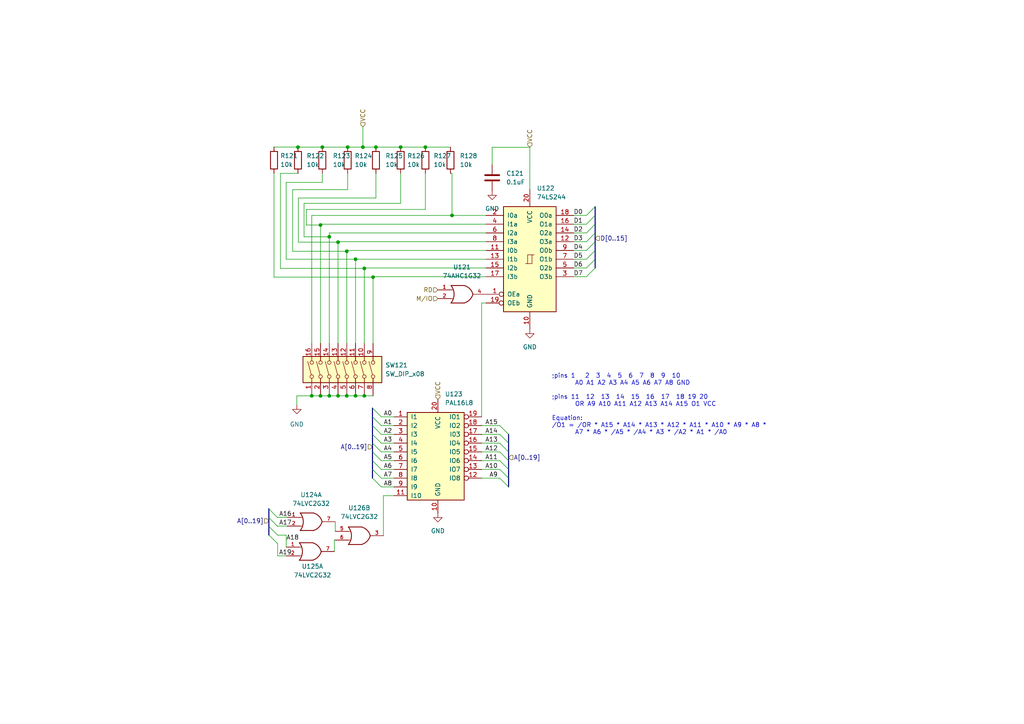
<source format=kicad_sch>
(kicad_sch (version 20211123) (generator eeschema)
  (paper "A4")
  (lib_symbols
    (symbol "74xGxx:74AHC1G32" (pin_names (offset 1.016))
      (property "Reference" "U" (at -2.54 3.81 0))
      (property "Value" "74AHC1G32" (at 0 -3.81 0))
      (symbol "74AHC1G32_0_1"
        (arc (start -3.81 -2.54) (mid -2.919 0) (end -3.81 2.54) (stroke (width 0.254)))
        (arc (start 0 -2.54) (mid 1.5993 -1.6027) (end 2.54 0) (stroke (width 0.254)))
        (polyline (pts (xy -3.81 -1.27) (xy -3.175 -1.27)))
        (polyline (pts (xy -3.81 1.27) (xy -3.175 1.27)))
        (polyline (pts (xy 0 -2.54) (xy -3.81 -2.54)) (stroke (width 0.254)) (fill (type background)))
        (polyline (pts (xy 0 2.54) (xy -3.81 2.54)) (stroke (width 0.254)) (fill (type background)))
        (arc (start 2.54 0) (mid 1.6119 1.6152) (end 0 2.54) (stroke (width 0.254)))
      )
      (symbol "74AHC1G32_1_1"
        (pin input line (at -7.62 1.27 0) (length 3.81) (name "~") (number "1"))
        (pin input line (at -7.62 -1.27 0) (length 3.81) (name "~") (number "2"))
        (pin power_in line (at 0 -2.54 270) (length 0) hide (name "GND") (number "3"))
        (pin output line (at 6.35 0 180) (length 3.81) (name "~") (number "4"))
        (pin power_in line (at 0 2.54 90) (length 0) hide (name "VCC") (number "5"))
      )
    )
    (symbol "74xGxx:74LVC2G32" (pin_names (offset 1.016))
      (property "Reference" "U" (at -2.54 3.81 0))
      (property "Value" "74LVC2G32" (at 0 -3.81 0))
      (symbol "74LVC2G32_0_1"
        (arc (start -3.81 -2.54) (mid -2.919 0) (end -3.81 2.54) (stroke (width 0.254)))
        (arc (start 0 -2.54) (mid 1.5993 -1.6027) (end 2.54 0) (stroke (width 0.254)))
        (polyline (pts (xy -3.81 -1.27) (xy -3.175 -1.27)))
        (polyline (pts (xy -3.81 1.27) (xy -3.175 1.27)))
        (polyline (pts (xy 0 -2.54) (xy -3.81 -2.54)) (stroke (width 0.254)) (fill (type background)))
        (polyline (pts (xy 0 2.54) (xy -3.81 2.54)) (stroke (width 0.254)) (fill (type background)))
        (arc (start 2.54 0) (mid 1.6119 1.6152) (end 0 2.54) (stroke (width 0.254)))
        (pin power_in line (at 0 -2.54 270) (length 0) hide (name "GND") (number "4"))
        (pin power_in line (at 0 2.54 90) (length 0) hide (name "VCC") (number "8"))
      )
      (symbol "74LVC2G32_1_1"
        (pin input line (at -7.62 1.27 0) (length 3.81) (name "~") (number "1"))
        (pin input line (at -7.62 -1.27 0) (length 3.81) (name "~") (number "2"))
        (pin output line (at 6.35 0 180) (length 3.81) (name "~") (number "7"))
      )
      (symbol "74LVC2G32_2_1"
        (pin output line (at 6.35 0 180) (length 3.81) (name "~") (number "3"))
        (pin input line (at -7.62 1.27 0) (length 3.81) (name "~") (number "5"))
        (pin input line (at -7.62 -1.27 0) (length 3.81) (name "~") (number "6"))
      )
    )
    (symbol "74xx:74LS244" (pin_names (offset 1.016))
      (property "Reference" "U" (at -7.62 16.51 0))
      (property "Value" "74LS244" (at -7.62 -16.51 0))
      (symbol "74LS244_1_0"
        (polyline (pts (xy -0.635 -1.27) (xy -0.635 1.27) (xy 0.635 1.27)))
        (polyline (pts (xy -1.27 -1.27) (xy 0.635 -1.27) (xy 0.635 1.27) (xy 1.27 1.27)))
        (pin input inverted (at -12.7 -10.16 0) (length 5.08) (name "OEa") (number "1"))
        (pin power_in line (at 0 -20.32 90) (length 5.08) (name "GND") (number "10"))
        (pin input line (at -12.7 2.54 0) (length 5.08) (name "I0b") (number "11"))
        (pin tri_state line (at 12.7 5.08 180) (length 5.08) (name "O3a") (number "12"))
        (pin input line (at -12.7 0 0) (length 5.08) (name "I1b") (number "13"))
        (pin tri_state line (at 12.7 7.62 180) (length 5.08) (name "O2a") (number "14"))
        (pin input line (at -12.7 -2.54 0) (length 5.08) (name "I2b") (number "15"))
        (pin tri_state line (at 12.7 10.16 180) (length 5.08) (name "O1a") (number "16"))
        (pin input line (at -12.7 -5.08 0) (length 5.08) (name "I3b") (number "17"))
        (pin tri_state line (at 12.7 12.7 180) (length 5.08) (name "O0a") (number "18"))
        (pin input inverted (at -12.7 -12.7 0) (length 5.08) (name "OEb") (number "19"))
        (pin input line (at -12.7 12.7 0) (length 5.08) (name "I0a") (number "2"))
        (pin power_in line (at 0 20.32 270) (length 5.08) (name "VCC") (number "20"))
        (pin tri_state line (at 12.7 -5.08 180) (length 5.08) (name "O3b") (number "3"))
        (pin input line (at -12.7 10.16 0) (length 5.08) (name "I1a") (number "4"))
        (pin tri_state line (at 12.7 -2.54 180) (length 5.08) (name "O2b") (number "5"))
        (pin input line (at -12.7 7.62 0) (length 5.08) (name "I2a") (number "6"))
        (pin tri_state line (at 12.7 0 180) (length 5.08) (name "O1b") (number "7"))
        (pin input line (at -12.7 5.08 0) (length 5.08) (name "I3a") (number "8"))
        (pin tri_state line (at 12.7 2.54 180) (length 5.08) (name "O0b") (number "9"))
      )
      (symbol "74LS244_1_1"
        (rectangle (start -7.62 15.24) (end 7.62 -15.24) (stroke (width 0.254)) (fill (type background)))
      )
    )
    (symbol "Device:C" (pin_numbers hide) (pin_names (offset 0.254))
      (property "Reference" "C" (at 0.635 2.54 0))
      (property "Value" "C" (at 0.635 -2.54 0))
      (symbol "C_0_1"
        (polyline (pts (xy -2.032 -0.762) (xy 2.032 -0.762)) (stroke (width 0.508)))
        (polyline (pts (xy -2.032 0.762) (xy 2.032 0.762)) (stroke (width 0.508)))
      )
      (symbol "C_1_1"
        (pin passive line (at 0 3.81 270) (length 2.794) (name "~") (number "1"))
        (pin passive line (at 0 -3.81 90) (length 2.794) (name "~") (number "2"))
      )
    )
    (symbol "Device:R" (pin_numbers hide) (pin_names (offset 0))
      (property "Reference" "R" (at 2.032 0 90))
      (property "Value" "R" (at 0 0 90))
      (symbol "R_0_1"
        (rectangle (start -1.016 -2.54) (end 1.016 2.54) (stroke (width 0.254)))
      )
      (symbol "R_1_1"
        (pin passive line (at 0 3.81 270) (length 1.27) (name "~") (number "1"))
        (pin passive line (at 0 -3.81 90) (length 1.27) (name "~") (number "2"))
      )
    )
    (symbol "Logic_Programmable:PAL16L8" (pin_names (offset 1.016))
      (property "Reference" "U" (at -8.89 16.51 0))
      (property "Value" "PAL16L8" (at 1.27 16.51 0))
      (symbol "PAL16L8_0_0"
        (pin power_in line (at 0 -15.24 90) (length 3.81) (name "GND") (number "10"))
        (pin power_in line (at 0 17.78 270) (length 3.81) (name "VCC") (number "20"))
      )
      (symbol "PAL16L8_0_1"
        (rectangle (start -8.89 13.97) (end 7.62 -11.43) (stroke (width 0.254)) (fill (type background)))
      )
      (symbol "PAL16L8_1_1"
        (pin input line (at -12.7 12.7 0) (length 3.81) (name "I1") (number "1"))
        (pin input line (at -12.7 -10.16 0) (length 3.81) (name "I10") (number "11"))
        (pin tri_state inverted (at 12.7 -5.08 180) (length 5.08) (name "IO8") (number "12"))
        (pin tri_state inverted (at 12.7 -2.54 180) (length 5.08) (name "IO7") (number "13"))
        (pin tri_state inverted (at 12.7 0 180) (length 5.08) (name "IO6") (number "14"))
        (pin tri_state inverted (at 12.7 2.54 180) (length 5.08) (name "IO5") (number "15"))
        (pin tri_state inverted (at 12.7 5.08 180) (length 5.08) (name "IO4") (number "16"))
        (pin tri_state inverted (at 12.7 7.62 180) (length 5.08) (name "I03") (number "17"))
        (pin tri_state inverted (at 12.7 10.16 180) (length 5.08) (name "IO2") (number "18"))
        (pin tri_state inverted (at 12.7 12.7 180) (length 5.08) (name "IO1") (number "19"))
        (pin input line (at -12.7 10.16 0) (length 3.81) (name "I2") (number "2"))
        (pin input line (at -12.7 7.62 0) (length 3.81) (name "I3") (number "3"))
        (pin input line (at -12.7 5.08 0) (length 3.81) (name "I4") (number "4"))
        (pin input line (at -12.7 2.54 0) (length 3.81) (name "I5") (number "5"))
        (pin input line (at -12.7 0 0) (length 3.81) (name "I6") (number "6"))
        (pin input line (at -12.7 -2.54 0) (length 3.81) (name "I7") (number "7"))
        (pin input line (at -12.7 -5.08 0) (length 3.81) (name "I8") (number "8"))
        (pin input line (at -12.7 -7.62 0) (length 3.81) (name "I9") (number "9"))
      )
    )
    (symbol "Switch:SW_DIP_x08" (pin_names (offset 0) hide)
      (property "Reference" "SW" (at 0 13.97 0))
      (property "Value" "SW_DIP_x08" (at 0 -11.43 0))
      (symbol "SW_DIP_x08_0_0"
        (circle (center -2.032 -7.62) (radius 0.508))
        (circle (center -2.032 -5.08) (radius 0.508))
        (circle (center -2.032 -2.54) (radius 0.508))
        (circle (center -2.032 0) (radius 0.508))
        (circle (center -2.032 2.54) (radius 0.508))
        (circle (center -2.032 5.08) (radius 0.508))
        (circle (center -2.032 7.62) (radius 0.508))
        (circle (center -2.032 10.16) (radius 0.508))
        (polyline (pts (xy -1.524 -7.4676) (xy 2.3622 -6.4262)))
        (polyline (pts (xy -1.524 -4.9276) (xy 2.3622 -3.8862)))
        (polyline (pts (xy -1.524 -2.3876) (xy 2.3622 -1.3462)))
        (polyline (pts (xy -1.524 0.127) (xy 2.3622 1.1684)))
        (polyline (pts (xy -1.524 2.667) (xy 2.3622 3.7084)))
        (polyline (pts (xy -1.524 5.207) (xy 2.3622 6.2484)))
        (polyline (pts (xy -1.524 7.747) (xy 2.3622 8.7884)))
        (polyline (pts (xy -1.524 10.287) (xy 2.3622 11.3284)))
        (circle (center 2.032 -7.62) (radius 0.508))
        (circle (center 2.032 -5.08) (radius 0.508))
        (circle (center 2.032 -2.54) (radius 0.508))
        (circle (center 2.032 0) (radius 0.508))
        (circle (center 2.032 2.54) (radius 0.508))
        (circle (center 2.032 5.08) (radius 0.508))
        (circle (center 2.032 7.62) (radius 0.508))
        (circle (center 2.032 10.16) (radius 0.508))
      )
      (symbol "SW_DIP_x08_0_1"
        (rectangle (start -3.81 12.7) (end 3.81 -10.16) (stroke (width 0.254)) (fill (type background)))
      )
      (symbol "SW_DIP_x08_1_1"
        (pin passive line (at -7.62 10.16 0) (length 5.08) (name "~") (number "1"))
        (pin passive line (at 7.62 -5.08 180) (length 5.08) (name "~") (number "10"))
        (pin passive line (at 7.62 -2.54 180) (length 5.08) (name "~") (number "11"))
        (pin passive line (at 7.62 0 180) (length 5.08) (name "~") (number "12"))
        (pin passive line (at 7.62 2.54 180) (length 5.08) (name "~") (number "13"))
        (pin passive line (at 7.62 5.08 180) (length 5.08) (name "~") (number "14"))
        (pin passive line (at 7.62 7.62 180) (length 5.08) (name "~") (number "15"))
        (pin passive line (at 7.62 10.16 180) (length 5.08) (name "~") (number "16"))
        (pin passive line (at -7.62 7.62 0) (length 5.08) (name "~") (number "2"))
        (pin passive line (at -7.62 5.08 0) (length 5.08) (name "~") (number "3"))
        (pin passive line (at -7.62 2.54 0) (length 5.08) (name "~") (number "4"))
        (pin passive line (at -7.62 0 0) (length 5.08) (name "~") (number "5"))
        (pin passive line (at -7.62 -2.54 0) (length 5.08) (name "~") (number "6"))
        (pin passive line (at -7.62 -5.08 0) (length 5.08) (name "~") (number "7"))
        (pin passive line (at -7.62 -7.62 0) (length 5.08) (name "~") (number "8"))
        (pin passive line (at 7.62 -7.62 180) (length 5.08) (name "~") (number "9"))
      )
    )
    (symbol "power:GND" (power) (pin_names (offset 0))
      (property "Value" "GND" (at 0 -3.81 0))
      (symbol "GND_0_1"
        (polyline (pts (xy 0 0) (xy 0 -1.27) (xy 1.27 -1.27) (xy 0 -2.54) (xy -1.27 -1.27) (xy 0 -1.27)))
      )
      (symbol "GND_1_1"
        (pin power_in line (at 0 0 270) (length 0) hide (name "GND") (number "1"))
      )
    )
  )
  (junction (at 93.4811 42.672))
  (junction (at 86.4215 42.672))
  (junction (at 105.664 114.808))
  (junction (at 100.838 42.672))
  (junction (at 123.3742 42.672))
  (junction (at 92.964 65.2661))
  (junction (at 103.124 114.808))
  (junction (at 103.124 75.184))
  (junction (at 90.424 114.808))
  (junction (at 95.504 114.808))
  (junction (at 100.584 72.8773))
  (junction (at 108.204 80.3781))
  (junction (at 131.1037 62.484))
  (junction (at 105.2522 42.672))
  (junction (at 105.664 77.8411))
  (junction (at 92.964 114.808))
  (junction (at 100.584 114.808))
  (junction (at 98.044 114.808))
  (junction (at 109.0343 42.672))
  (junction (at 98.044 70.2299))
  (junction (at 95.504 68.6856))
  (junction (at 116.2043 42.672))
  (bus_entry (at 172.6221 67.564) (size -2.54 2.54))
  (bus_entry (at 147.505 136.144) (size -2.54 -2.54))
  (bus_entry (at 172.6221 65.024) (size -2.54 2.54))
  (bus_entry (at 108.0349 136.144) (size 2.54 2.54))
  (bus_entry (at 77.978 147.5926) (size 2.54 2.54))
  (bus_entry (at 147.505 131.064) (size -2.54 -2.54))
  (bus_entry (at 108.0349 128.524) (size 2.54 2.54))
  (bus_entry (at 172.6221 62.484) (size -2.54 2.54))
  (bus_entry (at 108.0349 118.364) (size 2.54 2.54))
  (bus_entry (at 147.505 138.684) (size -2.54 -2.54))
  (bus_entry (at 147.505 141.224) (size -2.54 -2.54))
  (bus_entry (at 172.6221 72.644) (size -2.54 2.54))
  (bus_entry (at 172.6221 59.944) (size -2.54 2.54))
  (bus_entry (at 108.0349 120.904) (size 2.54 2.54))
  (bus_entry (at 108.0349 123.444) (size 2.54 2.54))
  (bus_entry (at 147.505 133.604) (size -2.54 -2.54))
  (bus_entry (at 172.6221 77.724) (size -2.54 2.54))
  (bus_entry (at 172.6221 75.184) (size -2.54 2.54))
  (bus_entry (at 108.0349 133.604) (size 2.54 2.54))
  (bus_entry (at 147.505 125.984) (size -2.54 -2.54))
  (bus_entry (at 77.978 150.1326) (size 2.54 2.54))
  (bus_entry (at 108.0349 125.984) (size 2.54 2.54))
  (bus_entry (at 172.6221 70.104) (size -2.54 2.54))
  (bus_entry (at 77.978 152.6726) (size 2.54 2.54))
  (bus_entry (at 147.505 128.524) (size -2.54 -2.54))
  (bus_entry (at 108.0349 131.064) (size 2.54 2.54))
  (bus_entry (at 77.978 155.1301) (size 2.54 2.54))
  (bus_entry (at 108.0349 138.684) (size 2.54 2.54))
  (wire (pts (xy 95.504 67.564) (xy 140.97 67.564)))
  (wire (pts (xy 166.37 62.484) (xy 170.0821 62.484)))
  (wire (pts (xy 105.664 99.568) (xy 105.664 77.8411)))
  (wire (pts (xy 83.0098 155.2126) (xy 83.0098 158.6861)))
  (wire (pts (xy 83.0019 75.184) (xy 103.124 75.184)))
  (wire (pts (xy 103.124 75.184) (xy 140.97 75.184)))
  (bus (pts (xy 108.0349 131.064) (xy 108.0349 133.604)))
  (wire (pts (xy 109.0343 57.4343) (xy 86.5317 57.4343)))
  (bus (pts (xy 77.978 150.1326) (xy 77.978 152.6726)))
  (bus (pts (xy 147.505 136.144) (xy 147.505 133.604)))
  (bus (pts (xy 108.0349 128.524) (xy 108.0349 131.064)))
  (wire (pts (xy 81.3473 50.292) (xy 81.3473 77.8411)))
  (bus (pts (xy 147.505 128.524) (xy 147.505 125.984)))
  (wire (pts (xy 105.664 77.8411) (xy 105.664 77.724)))
  (bus (pts (xy 147.505 141.224) (xy 147.505 138.684)))
  (wire (pts (xy 84.8771 55.0076) (xy 84.8771 72.8773)))
  (wire (pts (xy 110.5749 141.224) (xy 114.3 141.224)))
  (bus (pts (xy 147.505 133.604) (xy 147.505 131.064)))
  (wire (pts (xy 80.518 161.2261) (xy 83.0098 161.2261)))
  (bus (pts (xy 172.6221 62.484) (xy 172.6221 65.024)))
  (wire (pts (xy 123.3742 60.7435) (xy 88.8481 60.7435)))
  (wire (pts (xy 88.8481 65.2661) (xy 92.964 65.2661)))
  (wire (pts (xy 95.504 68.6856) (xy 95.504 99.568)))
  (wire (pts (xy 153.6763 42.7103) (xy 142.748 42.7103)))
  (wire (pts (xy 98.044 99.568) (xy 98.044 70.2299)))
  (wire (pts (xy 92.964 65.2661) (xy 92.964 65.024)))
  (wire (pts (xy 92.964 99.568) (xy 92.964 65.2661)))
  (bus (pts (xy 77.978 155.1301) (xy 77.978 155.194)))
  (wire (pts (xy 111.2038 155.3841) (xy 111.2038 143.764)))
  (wire (pts (xy 110.5749 120.904) (xy 114.3 120.904)))
  (wire (pts (xy 96.9798 156.6541) (xy 97.2338 156.6541)))
  (wire (pts (xy 105.664 114.808) (xy 103.124 114.808)))
  (wire (pts (xy 83.2638 150.0501) (xy 80.518 150.0501)))
  (wire (pts (xy 116.2043 50.292) (xy 116.2043 58.9786)))
  (wire (pts (xy 100.584 114.808) (xy 98.044 114.808)))
  (wire (pts (xy 80.518 152.5901) (xy 80.518 152.6726)))
  (wire (pts (xy 96.9798 159.9561) (xy 96.9798 156.6541)))
  (wire (pts (xy 166.37 80.264) (xy 170.0821 80.264)))
  (wire (pts (xy 166.37 65.024) (xy 170.0821 65.024)))
  (wire (pts (xy 153.6763 42.7103) (xy 153.67 54.864)))
  (bus (pts (xy 77.978 152.6726) (xy 77.978 155.1301)))
  (wire (pts (xy 144.965 133.604) (xy 139.7 133.604)))
  (bus (pts (xy 172.6221 75.184) (xy 172.6221 77.724)))
  (wire (pts (xy 108.204 80.3781) (xy 108.204 80.264)))
  (wire (pts (xy 100.584 72.644) (xy 140.97 72.644)))
  (wire (pts (xy 90.424 114.808) (xy 86.0944 114.808)))
  (wire (pts (xy 108.204 114.808) (xy 105.664 114.808)))
  (wire (pts (xy 166.37 72.644) (xy 170.0821 72.644)))
  (bus (pts (xy 172.6221 65.024) (xy 172.6221 67.564)))
  (wire (pts (xy 131.1037 50.292) (xy 130.6545 50.292)))
  (wire (pts (xy 140.97 87.884) (xy 139.7 87.884)))
  (wire (pts (xy 86.5317 70.2299) (xy 98.044 70.2299)))
  (wire (pts (xy 88.8481 60.7435) (xy 88.8481 65.2661)))
  (wire (pts (xy 80.518 157.6701) (xy 80.518 161.2261)))
  (wire (pts (xy 100.584 72.8773) (xy 100.584 72.644)))
  (wire (pts (xy 144.965 123.444) (xy 139.7 123.444)))
  (wire (pts (xy 83.2638 152.5901) (xy 80.518 152.5901)))
  (wire (pts (xy 166.37 75.184) (xy 170.0821 75.184)))
  (wire (pts (xy 93.4811 52.9117) (xy 83.0019 52.9117)))
  (wire (pts (xy 98.044 114.808) (xy 95.504 114.808)))
  (wire (pts (xy 79.4721 50.2733) (xy 79.4721 80.3781)))
  (bus (pts (xy 147.505 138.684) (xy 147.505 136.144)))
  (wire (pts (xy 110.5749 125.984) (xy 114.3 125.984)))
  (wire (pts (xy 110.5749 123.444) (xy 114.3 123.444)))
  (wire (pts (xy 110.5749 128.524) (xy 114.3 128.524)))
  (bus (pts (xy 77.978 147.5926) (xy 77.978 150.1326)))
  (wire (pts (xy 95.504 114.808) (xy 92.964 114.808)))
  (wire (pts (xy 80.518 150.0501) (xy 80.518 150.1326)))
  (wire (pts (xy 103.124 114.808) (xy 100.584 114.808)))
  (wire (pts (xy 84.8771 72.8773) (xy 100.584 72.8773)))
  (wire (pts (xy 110.5749 131.064) (xy 114.3 131.064)))
  (wire (pts (xy 166.37 77.724) (xy 170.0821 77.724)))
  (wire (pts (xy 109.0343 42.672) (xy 116.2043 42.672)))
  (wire (pts (xy 81.3473 77.8411) (xy 105.664 77.8411)))
  (wire (pts (xy 111.2038 143.764) (xy 114.3 143.764)))
  (wire (pts (xy 123.3742 50.292) (xy 123.3742 60.7435)))
  (wire (pts (xy 90.424 99.568) (xy 90.424 62.484)))
  (wire (pts (xy 110.5749 133.604) (xy 114.3 133.604)))
  (wire (pts (xy 83.0019 52.9117) (xy 83.0019 75.184)))
  (wire (pts (xy 97.2338 151.3201) (xy 97.2338 154.1141)))
  (bus (pts (xy 172.6221 67.564) (xy 172.6221 70.104)))
  (wire (pts (xy 86.0944 114.808) (xy 86.0944 117.476)))
  (wire (pts (xy 105.2522 36.797) (xy 105.2522 42.672)))
  (wire (pts (xy 86.4215 42.6533) (xy 86.4215 42.672)))
  (wire (pts (xy 79.4721 80.3781) (xy 108.204 80.3781)))
  (wire (pts (xy 92.964 114.808) (xy 90.424 114.808)))
  (wire (pts (xy 142.748 42.7103) (xy 142.748 47.752)))
  (wire (pts (xy 86.4215 42.672) (xy 93.4811 42.672)))
  (wire (pts (xy 109.0343 50.292) (xy 109.0343 57.4343)))
  (wire (pts (xy 79.4721 42.6533) (xy 86.4215 42.6533)))
  (wire (pts (xy 92.964 65.024) (xy 140.97 65.024)))
  (wire (pts (xy 131.1037 62.484) (xy 131.1037 50.292)))
  (wire (pts (xy 100.584 99.568) (xy 100.584 72.8773)))
  (bus (pts (xy 108.0349 136.144) (xy 108.0349 138.684)))
  (wire (pts (xy 144.965 125.984) (xy 139.7 125.984)))
  (bus (pts (xy 77.978 147.574) (xy 77.978 147.5926)))
  (wire (pts (xy 144.965 131.064) (xy 139.7 131.064)))
  (bus (pts (xy 108.0349 123.444) (xy 108.0349 125.984)))
  (wire (pts (xy 105.2522 42.672) (xy 109.0343 42.672)))
  (wire (pts (xy 108.204 80.264) (xy 140.97 80.264)))
  (bus (pts (xy 172.6221 72.644) (xy 172.6221 75.184)))
  (wire (pts (xy 110.5749 138.684) (xy 114.3 138.684)))
  (bus (pts (xy 172.6221 70.104) (xy 172.6221 72.644)))
  (wire (pts (xy 166.37 67.564) (xy 170.0821 67.564)))
  (bus (pts (xy 108.0349 120.904) (xy 108.0349 123.444)))
  (wire (pts (xy 95.504 67.564) (xy 95.504 68.6856)))
  (bus (pts (xy 108.0349 133.604) (xy 108.0349 136.144)))
  (wire (pts (xy 100.838 42.672) (xy 105.2522 42.672)))
  (wire (pts (xy 131.1037 62.484) (xy 140.97 62.484)))
  (wire (pts (xy 93.4811 50.292) (xy 93.4811 52.9117)))
  (wire (pts (xy 166.37 70.104) (xy 170.0821 70.104)))
  (wire (pts (xy 98.044 70.2299) (xy 98.044 70.104)))
  (wire (pts (xy 108.204 99.568) (xy 108.204 80.3781)))
  (wire (pts (xy 105.664 77.724) (xy 140.97 77.724)))
  (wire (pts (xy 80.518 155.2126) (xy 83.0098 155.2126)))
  (wire (pts (xy 86.4215 50.292) (xy 81.3473 50.292)))
  (wire (pts (xy 144.965 128.524) (xy 139.7 128.524)))
  (wire (pts (xy 144.965 138.684) (xy 139.7 138.684)))
  (wire (pts (xy 116.2043 58.9786) (xy 88.1863 58.9786)))
  (wire (pts (xy 98.044 70.104) (xy 140.97 70.104)))
  (wire (pts (xy 90.424 62.484) (xy 131.1037 62.484)))
  (wire (pts (xy 123.3742 42.672) (xy 130.6545 42.672)))
  (bus (pts (xy 108.0349 125.984) (xy 108.0349 128.524)))
  (wire (pts (xy 144.965 136.144) (xy 139.7 136.144)))
  (bus (pts (xy 172.6221 59.944) (xy 172.6221 62.484)))
  (wire (pts (xy 103.124 99.568) (xy 103.124 75.184)))
  (wire (pts (xy 116.2043 42.672) (xy 123.3742 42.672)))
  (wire (pts (xy 100.838 50.292) (xy 100.838 55.0076)))
  (wire (pts (xy 88.1863 68.6856) (xy 95.504 68.6856)))
  (wire (pts (xy 110.5749 136.144) (xy 114.3 136.144)))
  (wire (pts (xy 139.7 87.884) (xy 139.7 120.904)))
  (bus (pts (xy 147.505 131.064) (xy 147.505 128.524)))
  (bus (pts (xy 108.0349 118.364) (xy 108.0349 120.904)))
  (wire (pts (xy 93.4811 42.672) (xy 100.838 42.672)))
  (wire (pts (xy 100.838 55.0076) (xy 84.8771 55.0076)))
  (wire (pts (xy 86.5317 57.4343) (xy 86.5317 70.2299)))
  (wire (pts (xy 88.1863 58.9786) (xy 88.1863 68.6856)))
  (text ";pins 1   2  3  4  5  6  7  8  9  10\n	  A0 A1 A2 A3 A4 A5 A6 A7 A8 GND\n\n;pins 11  12  13  14  15  16  17  18 19 20\n	  OR A9 A10 A11 A12 A13 A14 A15 O1 VCC \n\nEquation:\n/O1 = /OR * A15 * A14 * A13 * A12 * A11 * A10 * A9 * A8 *\n	  A7 * A6 * /A5 * /A4 * A3 * /A2 * A1 * /A0\n" (at 160.02 126.238 0) (effects (font (size 1.27 1.27)) (justify left bottom)))
  (label "A14" (at 144.4065 125.984 180))
  (label "A8" (at 111.2508 141.224 0))
  (label "A11" (at 144.4065 133.604 180))
  (label "D2" (at 166.37 67.564 0))
  (label "A7" (at 111.2508 138.684 0))
  (label "D7" (at 166.37 80.264 0))
  (label "A2" (at 111.2508 125.984 0))
  (label "D1" (at 166.37 65.024 0))
  (label "A5" (at 111.2508 133.604 0))
  (label "D0" (at 166.37 62.484 0))
  (label "A15" (at 144.4065 123.444 180))
  (label "A13" (at 144.4065 128.524 180))
  (label "A16" (at 80.915 150.0501 0))
  (label "A3" (at 111.2508 128.524 0))
  (label "A6" (at 111.2508 136.144 0))
  (label "A1" (at 111.2508 123.444 0))
  (label "A10" (at 144.4065 136.144 180))
  (label "D5" (at 166.37 75.184 0))
  (label "A12" (at 144.4065 131.064 180))
  (label "A19" (at 80.8824 161.2261 0))
  (label "D4" (at 166.37 72.644 0))
  (label "A9" (at 144.4065 138.684 180))
  (label "D6" (at 166.37 77.724 0))
  (label "A18" (at 83.0098 156.926 0))
  (label "A0" (at 111.2508 120.904 0))
  (label "A4" (at 111.2508 131.064 0))
  (label "A17" (at 80.915 152.5901 0))
  (label "D3" (at 166.37 70.104 0))
  (hierarchical_label "A[0..19]" (shape input) (at 108.0349 129.6053 180))
  (hierarchical_label "VCC" (shape input) (at 153.6763 42.7103 90))
  (hierarchical_label "RD" (shape input) (at 127 84.074 180))
  (hierarchical_label "VCC" (shape input) (at 105.2522 36.797 90))
  (hierarchical_label "A[0..19]" (shape input) (at 77.978 151.078 180))
  (hierarchical_label "D[0..15]" (shape input) (at 172.6221 69.119 0))
  (hierarchical_label "M{slash}IO" (shape input) (at 127 86.614 180))
  (hierarchical_label "VCC" (shape input) (at 127 115.824 90))
  (hierarchical_label "A[0..19]" (shape input) (at 147.505 132.6953 0))
  (symbol (lib_id "Device:R") (at 100.838 46.482 0) (unit 1)
    (property "Reference" "R124" (at 102.87 45.2119 0) (effects (justify left)))
    (property "Value" "10k" (at 102.87 47.7519 0) (effects (justify left)))
    (property "Footprint" "Resistor_THT:R_Axial_DIN0204_L3.6mm_D1.6mm_P1.90mm_Vertical" (effects hide))
  )
  (symbol (lib_id "Device:R") (at 109.0343 46.482 0) (unit 1)
    (property "Reference" "R125" (at 111.76 45.2119 0) (effects (justify left)))
    (property "Value" "10k" (at 111.76 47.7519 0) (effects (justify left)))
    (property "Footprint" "Resistor_THT:R_Axial_DIN0204_L3.6mm_D1.6mm_P1.90mm_Vertical" (effects hide))
  )
  (symbol (lib_id "power:GND") (at 142.748 55.372 0) (unit 1)
    (property "Reference" "#PWR0170" (effects hide))
    (property "Value" "GND" (at 142.748 60.5123 0))
  )
  (symbol (lib_id "power:GND") (at 127 148.844 0) (unit 1)
    (property "Reference" "#PWR0173" (effects hide))
    (property "Value" "GND" (at 127 153.9843 0))
  )
  (symbol (lib_id "Device:R") (at 79.4721 46.4633 0) (unit 1)
    (property "Reference" "R121" (at 81.28 45.1932 0) (effects (justify left)))
    (property "Value" "10k" (at 81.28 47.7332 0) (effects (justify left)))
    (property "Footprint" "Resistor_THT:R_Axial_DIN0204_L3.6mm_D1.6mm_P1.90mm_Vertical" (effects hide))
  )
  (symbol (lib_id "Device:R") (at 123.3742 46.482 0) (unit 1)
    (property "Reference" "R127" (at 125.73 45.2119 0) (effects (justify left)))
    (property "Value" "10k" (at 125.73 47.7519 0) (effects (justify left)))
    (property "Footprint" "Resistor_THT:R_Axial_DIN0204_L3.6mm_D1.6mm_P1.90mm_Vertical" (effects hide))
  )
  (symbol (lib_id "Device:R") (at 116.2043 46.482 0) (unit 1)
    (property "Reference" "R126" (at 118.11 45.2119 0) (effects (justify left)))
    (property "Value" "10k" (at 118.11 47.7519 0) (effects (justify left)))
    (property "Footprint" "Resistor_THT:R_Axial_DIN0204_L3.6mm_D1.6mm_P1.90mm_Vertical" (effects hide))
  )
  (symbol (lib_id "Device:C") (at 142.748 51.562 0) (unit 1)
    (property "Reference" "C121" (at 146.812 50.2919 0) (effects (justify left)))
    (property "Value" "0.1uF" (at 146.812 52.8319 0) (effects (justify left)))
    (property "Footprint" "Capacitor_THT:C_Axial_L3.8mm_D2.6mm_P7.50mm_Horizontal" (effects hide))
  )
  (symbol (lib_id "Logic_Programmable:PAL16L8") (at 127 133.604 0) (unit 1)
    (property "Reference" "U123" (at 129.0194 114.3 0) (effects (justify left)))
    (property "Value" "PAL16L8" (at 129.0194 116.84 0) (effects (justify left)))
    (property "Footprint" "Package_DIP:DIP-20_W7.62mm" (effects hide))
  )
  (symbol (lib_id "power:GND") (at 153.67 95.504 0) (unit 1)
    (property "Reference" "#PWR0171" (effects hide))
    (property "Value" "GND" (at 153.67 100.6443 0))
  )
  (symbol (lib_id "74xGxx:74LVC2G32") (at 104.8538 155.3841 0) (unit 2)
    (property "Reference" "U126" (at 104.2188 147.32 0))
    (property "Value" "74LVC2G32" (at 104.2188 149.86 0))
    (property "Footprint" "Package_SO:SSOP-8_2.95x2.8mm_P0.65mm" (effects hide))
    (property "Datasheet" "http://www.ti.com/lit/sg/scyt129e/scyt129e.pdf" (effects hide))
  )
  (symbol (lib_id "74xGxx:74AHC1G32") (at 134.62 85.344 0) (unit 1)
    (property "Reference" "U121" (at 133.985 77.47 0))
    (property "Value" "74AHC1G32" (at 133.985 80.01 0))
    (property "Footprint" "Package_TO_SOT_SMD:SOT-23-5" (effects hide))
    (property "Datasheet" "http://www.ti.com/lit/sg/scyt129e/scyt129e.pdf" (effects hide))
  )
  (symbol (lib_id "Device:R") (at 93.4811 46.482 0) (unit 1)
    (property "Reference" "R123" (at 96.52 45.2119 0) (effects (justify left)))
    (property "Value" "10k" (at 96.52 47.7519 0) (effects (justify left)))
    (property "Footprint" "Resistor_THT:R_Axial_DIN0204_L3.6mm_D1.6mm_P1.90mm_Vertical" (effects hide))
  )
  (symbol (lib_id "power:GND") (at 86.0944 117.476 0) (unit 1)
    (property "Reference" "#PWR0172" (effects hide))
    (property "Value" "GND" (at 86.0944 123.064 0))
  )
  (symbol (lib_id "74xGxx:74LVC2G32") (at 90.6298 159.9561 0) (unit 1)
    (property "Reference" "U125" (at 90.6298 164.2741 0))
    (property "Value" "74LVC2G32" (at 90.6298 166.8141 0))
    (property "Footprint" "Package_SO:SSOP-8_2.95x2.8mm_P0.65mm" (effects hide))
    (property "Datasheet" "http://www.ti.com/lit/sg/scyt129e/scyt129e.pdf" (effects hide))
  )
  (symbol (lib_id "Device:R") (at 86.4215 46.482 0) (unit 1)
    (property "Reference" "R122" (at 88.9 45.2119 0) (effects (justify left)))
    (property "Value" "10k" (at 88.9 47.7519 0) (effects (justify left)))
    (property "Footprint" "Resistor_THT:R_Axial_DIN0204_L3.6mm_D1.6mm_P1.90mm_Vertical" (effects hide))
  )
  (symbol (lib_id "Switch:SW_DIP_x08") (at 100.584 107.188 90) (unit 1)
    (property "Reference" "SW121" (at 111.76 105.9179 90) (effects (justify right)))
    (property "Value" "SW_DIP_x08" (at 111.76 108.4579 90) (effects (justify right)))
    (property "Footprint" "Button_Switch_THT:SW_DIP_SPSTx08_Slide_6.7x21.88mm_W7.62mm_P2.54mm_LowProfile" (effects hide))
  )
  (symbol (lib_id "74xx:74LS244") (at 153.67 75.184 0) (unit 1)
    (property "Reference" "U122" (at 155.6894 54.61 0) (effects (justify left)))
    (property "Value" "74LS244" (at 155.6894 57.15 0) (effects (justify left)))
    (property "Footprint" "Package_DIP:DIP-20_W7.62mm" (effects hide))
    (property "Datasheet" "http://www.ti.com/lit/ds/symlink/sn74ls244.pdf" (effects hide))
  )
  (symbol (lib_id "74xGxx:74LVC2G32") (at 90.8838 151.3201 0) (unit 1)
    (property "Reference" "U124" (at 90.2488 143.51 0))
    (property "Value" "74LVC2G32" (at 90.2488 146.05 0))
    (property "Footprint" "Package_SO:SSOP-8_2.95x2.8mm_P0.65mm" (effects hide))
    (property "Datasheet" "http://www.ti.com/lit/sg/scyt129e/scyt129e.pdf" (effects hide))
  )
  (symbol (lib_id "Device:R") (at 130.6545 46.482 0) (unit 1)
    (property "Reference" "R128" (at 133.35 45.2119 0) (effects (justify left)))
    (property "Value" "10k" (at 133.35 47.7519 0) (effects (justify left)))
    (property "Footprint" "Resistor_THT:R_Axial_DIN0204_L3.6mm_D1.6mm_P1.90mm_Vertical" (effects hide))
  )
)
</source>
